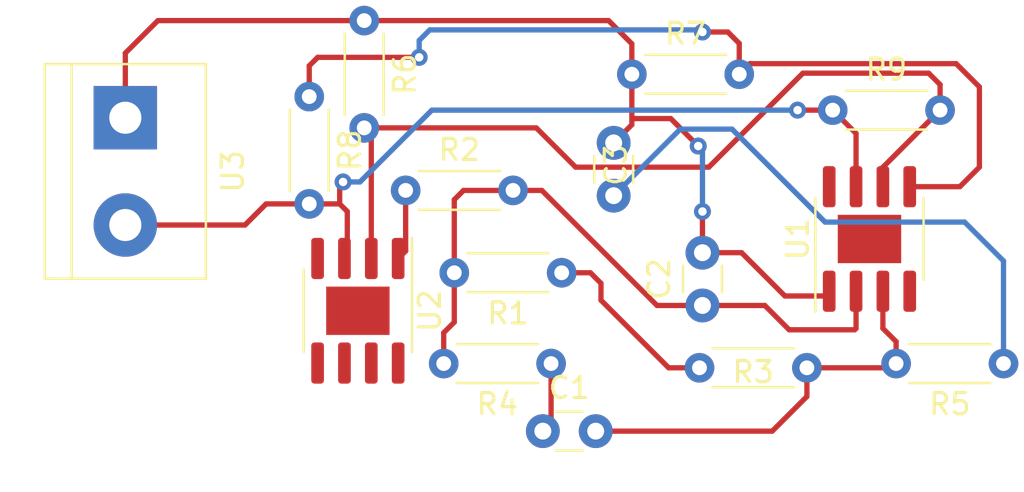
<source format=kicad_pcb>
(kicad_pcb (version 20211014) (generator pcbnew)
  (layers (0 "F.Cu" signal) (31 "B.Cu" signal) (34 "B.Paste" user) (35 "F.Paste" user) (36 "B.SilkS" user "B.Silkscreen") (37 "F.SilkS" user "F.Silkscreen") (38 "B.Mask" user) (39 "F.Mask" user) (44 "Edge.Cuts" user))
  (net 0 "")
  (net 1 "Net-(C1-Pad1)")
  (net 2 "Net-(C1-Pad2)")
  (net 3 "Net-(C2-Pad1)")
  (net 4 "Net-(C2-Pad2)")
  (net 5 "Earth")
  (net 6 "Net-(R1-Pad1)")
  (net 7 "Net-(R2-Pad1)")
  (net 8 "VCC")
  (net 9 "Net-(R7-Pad2)")
  (net 10 "Net-(R8-Pad2)")
  (footprint "Resistor_THT:R_Axial_DIN0204_L3.6mm_D1.6mm_P5.08mm_Horizontal" (layer "F.Cu") (at 148.94 75.3 180)
    (fp_text reference "R5" (at 2.54 -1.92) (layer "F.SilkS"))
    (fp_text value "22k7")
    (fp_line (start 0.62 0.92) (end 4.46 0.92) (layer "F.SilkS") (width 0.12))
    (fp_line (start 0.62 -0.92) (end 4.46 -0.92) (layer "F.SilkS") (width 0.12))
    (pad "1" thru_hole circle (at 0 0 180) (size 1.4 1.4) (drill 0.7) (layers *.Cu *.Mask) (net 5 "Earth"))
    (pad "2" thru_hole oval (at 5.08 0 180) (size 1.4 1.4) (drill 0.7) (layers *.Cu *.Mask) (net 2 "Net-(C1-Pad2)"))
  )
  (footprint "Resistor_THT:R_Axial_DIN0204_L3.6mm_D1.6mm_P5.08mm_Horizontal" (layer "F.Cu") (at 134.56 75.5)
    (fp_text reference "R3" (at 2.54 0.2) (layer "F.SilkS"))
    (fp_text value "22k7")
    (fp_line (start 0.62 -0.92) (end 4.46 -0.92) (layer "F.SilkS") (width 0.12))
    (fp_line (start 0.62 0.92) (end 4.46 0.92) (layer "F.SilkS") (width 0.12))
    (pad "1" thru_hole circle (at 0 0) (size 1.4 1.4) (drill 0.7) (layers *.Cu *.Mask) (net 6 "Net-(R1-Pad1)"))
    (pad "2" thru_hole oval (at 5.08 0) (size 1.4 1.4) (drill 0.7) (layers *.Cu *.Mask) (net 2 "Net-(C1-Pad2)"))
  )
  (footprint "TerminalBlock:TerminalBlock_bornier-2_P5.08mm" (layer "F.Cu") (at 107.4 63.66 -90)
    (fp_text reference "U3" (at 2.54 -5.08 90) (layer "F.SilkS"))
    (fp_text value "Power_in")
    (fp_line (start -2.54 -3.81) (end -2.54 3.81) (layer "F.SilkS") (width 0.12))
    (fp_line (start 7.62 -3.81) (end -2.54 -3.81) (layer "F.SilkS") (width 0.12))
    (fp_line (start 7.62 3.81) (end 7.62 -3.81) (layer "F.SilkS") (width 0.12))
    (fp_line (start 7.62 2.54) (end -2.54 2.54) (layer "F.SilkS") (width 0.12))
    (fp_line (start -2.54 3.81) (end 7.62 3.81) (layer "F.SilkS") (width 0.12))
    (pad "1" thru_hole rect (at 0 0 270) (size 3 3) (drill 1.52) (layers *.Cu *.Mask) (net 4 "Net-(C2-Pad2)"))
    (pad "2" thru_hole circle (at 5.08 0 270) (size 3 3) (drill 1.52) (layers *.Cu *.Mask) (net 10 "Net-(R8-Pad2)"))
  )
  (footprint "Resistor_THT:R_Axial_DIN0204_L3.6mm_D1.6mm_P5.08mm_Horizontal" (layer "F.Cu") (at 116.1 62.66 -90)
    (fp_text reference "R8" (at 2.54 -1.92 90) (layer "F.SilkS"))
    (fp_text value "100k")
    (fp_line (start 0.62 0.92) (end 4.46 0.92) (layer "F.SilkS") (width 0.12))
    (fp_line (start 0.62 -0.92) (end 4.46 -0.92) (layer "F.SilkS") (width 0.12))
    (pad "1" thru_hole circle (at 0 0 270) (size 1.4 1.4) (drill 0.7) (layers *.Cu *.Mask) (net 9 "Net-(R7-Pad2)"))
    (pad "2" thru_hole oval (at 5.08 0 270) (size 1.4 1.4) (drill 0.7) (layers *.Cu *.Mask) (net 10 "Net-(R8-Pad2)"))
  )
  (footprint "Package_SO:SOIC-8-1EP_3.9x4.9mm_P1.27mm_EP2.29x3mm" (layer "F.Cu") (at 142.6 69.4 90)
    (fp_text reference "U1" (at 0 -3.4 90) (layer "F.SilkS"))
    (fp_text value "LM2903")
    (fp_line (start 0 -2.56) (end -3.45 -2.56) (layer "F.SilkS") (width 0.12))
    (fp_line (start 0 2.56) (end -1.95 2.56) (layer "F.SilkS") (width 0.12))
    (fp_line (start 0 -2.56) (end 1.95 -2.56) (layer "F.SilkS") (width 0.12))
    (fp_line (start 0 2.56) (end 1.95 2.56) (layer "F.SilkS") (width 0.12))
    (pad "1" smd roundrect (at -2.475 -1.905 90) (size 1.95 0.6) (layers "F.Cu" "F.Paste" "F.Mask") (net 4 "Net-(C2-Pad2)"))
    (pad "2" smd roundrect (at -2.475 -0.635 90) (size 1.95 0.6) (layers "F.Cu" "F.Paste" "F.Mask") (net 3 "Net-(C2-Pad1)"))
    (pad "3" smd roundrect (at -2.475 0.635 90) (size 1.95 0.6) (layers "F.Cu" "F.Paste" "F.Mask") (net 2 "Net-(C1-Pad2)"))
    (pad "4" smd roundrect (at -2.475 1.905 90) (size 1.95 0.6) (layers "F.Cu" "F.Paste" "F.Mask"))
    (pad "5" smd roundrect (at 2.475 1.905 90) (size 1.95 0.6) (layers "F.Cu" "F.Paste" "F.Mask") (net 9 "Net-(R7-Pad2)"))
    (pad "6" smd roundrect (at 2.475 0.635 90) (size 1.95 0.6) (layers "F.Cu" "F.Paste" "F.Mask") (net 8 "VCC"))
    (pad "7" smd roundrect (at 2.475 -0.635 90) (size 1.95 0.6) (layers "F.Cu" "F.Paste" "F.Mask") (net 10 "Net-(R8-Pad2)"))
    (pad "8" smd roundrect (at 2.475 -1.905 90) (size 1.95 0.6) (layers "F.Cu" "F.Paste" "F.Mask"))
    (pad "9" smd rect (at 0 0 90) (size 2.29 3) (layers "F.Cu" "F.Mask"))
  )
  (footprint "Capacitor_THT:C_Disc_D3.0mm_W1.6mm_P2.50mm" (layer "F.Cu") (at 130.5 64.85 -90)
    (fp_text reference "C3" (at 1.05 -0.1 90) (layer "F.SilkS"))
    (fp_text value "0.1uF")
    (fp_line (start 0.621 0.92) (end 1.879 0.92) (layer "F.SilkS") (width 0.12))
    (fp_line (start 0.621 -0.92) (end 1.879 -0.92) (layer "F.SilkS") (width 0.12))
    (pad "1" thru_hole circle (at 0 0 270) (size 1.6 1.6) (drill 0.8) (layers *.Cu *.Mask) (net 4 "Net-(C2-Pad2)"))
    (pad "2" thru_hole circle (at 2.5 0 270) (size 1.6 1.6) (drill 0.8) (layers *.Cu *.Mask) (net 5 "Earth"))
  )
  (footprint "Resistor_THT:R_Axial_DIN0204_L3.6mm_D1.6mm_P5.08mm_Horizontal" (layer "F.Cu") (at 131.36 61.6)
    (fp_text reference "R7" (at 2.54 -1.92) (layer "F.SilkS"))
    (fp_text value "4k7")
    (fp_line (start 0.62 0.92) (end 4.46 0.92) (layer "F.SilkS") (width 0.12))
    (fp_line (start 0.62 -0.92) (end 4.46 -0.92) (layer "F.SilkS") (width 0.12))
    (pad "1" thru_hole circle (at 0 0) (size 1.4 1.4) (drill 0.7) (layers *.Cu *.Mask) (net 4 "Net-(C2-Pad2)"))
    (pad "2" thru_hole oval (at 5.08 0) (size 1.4 1.4) (drill 0.7) (layers *.Cu *.Mask) (net 9 "Net-(R7-Pad2)"))
  )
  (footprint "Resistor_THT:R_Axial_DIN0204_L3.6mm_D1.6mm_P5.08mm_Horizontal" (layer "F.Cu") (at 140.86 63.3)
    (fp_text reference "R9" (at 2.54 -1.92) (layer "F.SilkS"))
    (fp_text value "2k7")
    (fp_line (start 0.62 0.92) (end 4.46 0.92) (layer "F.SilkS") (width 0.12))
    (fp_line (start 0.62 -0.92) (end 4.46 -0.92) (layer "F.SilkS") (width 0.12))
    (pad "1" thru_hole circle (at 0 0) (size 1.4 1.4) (drill 0.7) (layers *.Cu *.Mask) (net 10 "Net-(R8-Pad2)"))
    (pad "2" thru_hole oval (at 5.08 0) (size 1.4 1.4) (drill 0.7) (layers *.Cu *.Mask) (net 8 "VCC"))
  )
  (footprint "Resistor_THT:R_Axial_DIN0204_L3.6mm_D1.6mm_P5.08mm_Horizontal" (layer "F.Cu") (at 118.7 59.06 -90)
    (fp_text reference "R6" (at 2.54 -1.92 90) (layer "F.SilkS"))
    (fp_text value "2k7")
    (fp_line (start 0.62 0.92) (end 4.46 0.92) (layer "F.SilkS") (width 0.12))
    (fp_line (start 0.62 -0.92) (end 4.46 -0.92) (layer "F.SilkS") (width 0.12))
    (pad "1" thru_hole circle (at 0 0 270) (size 1.4 1.4) (drill 0.7) (layers *.Cu *.Mask) (net 4 "Net-(C2-Pad2)"))
    (pad "2" thru_hole oval (at 5.08 0 270) (size 1.4 1.4) (drill 0.7) (layers *.Cu *.Mask) (net 8 "VCC"))
  )
  (footprint "Package_SO:SOIC-8-1EP_3.9x4.9mm_P1.27mm_EP2.29x3mm" (layer "F.Cu") (at 118.4 72.8 -90)
    (fp_text reference "U2" (at 0 -3.4 90) (layer "F.SilkS"))
    (fp_text value "LM2903")
    (fp_line (start 0 -2.56) (end 1.95 -2.56) (layer "F.SilkS") (width 0.12))
    (fp_line (start 0 2.56) (end 1.95 2.56) (layer "F.SilkS") (width 0.12))
    (fp_line (start 0 -2.56) (end -3.45 -2.56) (layer "F.SilkS") (width 0.12))
    (fp_line (start 0 2.56) (end -1.95 2.56) (layer "F.SilkS") (width 0.12))
    (pad "1" smd roundrect (at -2.475 -1.905 270) (size 1.95 0.6) (layers "F.Cu" "F.Paste" "F.Mask") (net 7 "Net-(R2-Pad1)"))
    (pad "2" smd roundrect (at -2.475 -0.635 270) (size 1.95 0.6) (layers "F.Cu" "F.Paste" "F.Mask") (net 8 "VCC"))
    (pad "3" smd roundrect (at -2.475 0.635 270) (size 1.95 0.6) (layers "F.Cu" "F.Paste" "F.Mask") (net 10 "Net-(R8-Pad2)"))
    (pad "4" smd roundrect (at -2.475 1.905 270) (size 1.95 0.6) (layers "F.Cu" "F.Paste" "F.Mask"))
    (pad "5" smd roundrect (at 2.475 1.905 270) (size 1.95 0.6) (layers "F.Cu" "F.Paste" "F.Mask"))
    (pad "6" smd roundrect (at 2.475 0.635 270) (size 1.95 0.6) (layers "F.Cu" "F.Paste" "F.Mask"))
    (pad "7" smd roundrect (at 2.475 -0.635 270) (size 1.95 0.6) (layers "F.Cu" "F.Paste" "F.Mask"))
    (pad "8" smd roundrect (at 2.475 -1.905 270) (size 1.95 0.6) (layers "F.Cu" "F.Paste" "F.Mask"))
    (pad "9" smd rect (at 0 0 270) (size 2.29 3) (layers "F.Cu" "F.Mask"))
  )
  (footprint "Resistor_THT:R_Axial_DIN0204_L3.6mm_D1.6mm_P5.08mm_Horizontal" (layer "F.Cu") (at 127.54 75.3 180)
    (fp_text reference "R4" (at 2.54 -1.92) (layer "F.SilkS"))
    (fp_text value "10k")
    (fp_line (start 0.62 -0.92) (end 4.46 -0.92) (layer "F.SilkS") (width 0.12))
    (fp_line (start 0.62 0.92) (end 4.46 0.92) (layer "F.SilkS") (width 0.12))
    (pad "1" thru_hole circle (at 0 0 180) (size 1.4 1.4) (drill 0.7) (layers *.Cu *.Mask) (net 1 "Net-(C1-Pad1)"))
    (pad "2" thru_hole oval (at 5.08 0 180) (size 1.4 1.4) (drill 0.7) (layers *.Cu *.Mask) (net 3 "Net-(C2-Pad1)"))
  )
  (footprint "Capacitor_THT:C_Disc_D3.0mm_W1.6mm_P2.50mm" (layer "F.Cu") (at 127.15 78.5)
    (fp_text reference "C1" (at 1.25 -2.05) (layer "F.SilkS"))
    (fp_text value "0.1uF")
    (fp_line (start 0.621 -0.92) (end 1.879 -0.92) (layer "F.SilkS") (width 0.12))
    (fp_line (start 0.621 0.92) (end 1.879 0.92) (layer "F.SilkS") (width 0.12))
    (pad "1" thru_hole circle (at 0 0) (size 1.6 1.6) (drill 0.8) (layers *.Cu *.Mask) (net 1 "Net-(C1-Pad1)"))
    (pad "2" thru_hole circle (at 2.5 0) (size 1.6 1.6) (drill 0.8) (layers *.Cu *.Mask) (net 2 "Net-(C1-Pad2)"))
  )
  (footprint "Resistor_THT:R_Axial_DIN0204_L3.6mm_D1.6mm_P5.08mm_Horizontal" (layer "F.Cu") (at 120.66 67.1)
    (fp_text reference "R2" (at 2.54 -1.92) (layer "F.SilkS"))
    (fp_text value "51k")
    (fp_line (start 0.62 -0.92) (end 4.46 -0.92) (layer "F.SilkS") (width 0.12))
    (fp_line (start 0.62 0.92) (end 4.46 0.92) (layer "F.SilkS") (width 0.12))
    (pad "1" thru_hole circle (at 0 0) (size 1.4 1.4) (drill 0.7) (layers *.Cu *.Mask) (net 7 "Net-(R2-Pad1)"))
    (pad "2" thru_hole oval (at 5.08 0) (size 1.4 1.4) (drill 0.7) (layers *.Cu *.Mask) (net 3 "Net-(C2-Pad1)"))
  )
  (footprint "Resistor_THT:R_Axial_DIN0204_L3.6mm_D1.6mm_P5.08mm_Horizontal" (layer "F.Cu") (at 128.04 71 180)
    (fp_text reference "R1" (at 2.54 -1.92) (layer "F.SilkS"))
    (fp_text value "100k")
    (fp_line (start 0.62 0.92) (end 4.46 0.92) (layer "F.SilkS") (width 0.12))
    (fp_line (start 0.62 -0.92) (end 4.46 -0.92) (layer "F.SilkS") (width 0.12))
    (pad "1" thru_hole circle (at 0 0 180) (size 1.4 1.4) (drill 0.7) (layers *.Cu *.Mask) (net 6 "Net-(R1-Pad1)"))
    (pad "2" thru_hole oval (at 5.08 0 180) (size 1.4 1.4) (drill 0.7) (layers *.Cu *.Mask) (net 3 "Net-(C2-Pad1)"))
  )
  (footprint "Capacitor_THT:C_Disc_D3.0mm_W1.6mm_P2.50mm" (layer "F.Cu") (at 134.7 72.55 90)
    (fp_text reference "C2" (at 1.25 -2.05 90) (layer "F.SilkS"))
    (fp_text value "470pF")
    (fp_line (start 0.621 -0.92) (end 1.879 -0.92) (layer "F.SilkS") (width 0.12))
    (fp_line (start 0.621 0.92) (end 1.879 0.92) (layer "F.SilkS") (width 0.12))
    (pad "1" thru_hole circle (at 0 0 90) (size 1.6 1.6) (drill 0.8) (layers *.Cu *.Mask) (net 3 "Net-(C2-Pad1)"))
    (pad "2" thru_hole circle (at 2.5 0 90) (size 1.6 1.6) (drill 0.8) (layers *.Cu *.Mask) (net 4 "Net-(C2-Pad2)"))
  )
  (segment (start 127.54 78.11) (end 127.15 78.5) (width 0.25) (layer "F.Cu") (net 1))
  (segment (start 127.54 75.3) (end 127.54 78.11) (width 0.25) (layer "F.Cu") (net 1))
  (segment (start 139.64 76.86) (end 139.64 75.5) (width 0.25) (layer "F.Cu") (net 2))
  (segment (start 143.66 75.5) (end 143.86 75.3) (width 0.25) (layer "F.Cu") (net 2))
  (segment (start 139.64 75.5) (end 143.66 75.5) (width 0.25) (layer "F.Cu") (net 2))
  (segment (start 143.235 73.635) (end 143.235 71.875) (width 0.25) (layer "F.Cu") (net 2))
  (segment (start 143.86 74.26) (end 143.235 73.635) (width 0.25) (layer "F.Cu") (net 2))
  (segment (start 143.86 75.3) (end 143.86 74.26) (width 0.25) (layer "F.Cu") (net 2))
  (segment (start 138 78.5) (end 139.64 76.86) (width 0.25) (layer "F.Cu") (net 2))
  (segment (start 129.65 78.5) (end 138 78.5) (width 0.25) (layer "F.Cu") (net 2))
  (segment (start 122.96 73.34) (end 122.46 73.84) (width 0.25) (layer "F.Cu") (net 3))
  (segment (start 122.46 73.84) (end 122.46 75.3) (width 0.25) (layer "F.Cu") (net 3))
  (segment (start 122.96 71) (end 122.96 73.34) (width 0.25) (layer "F.Cu") (net 3))
  (segment (start 132.55 72.55) (end 127.1 67.1) (width 0.25) (layer "F.Cu") (net 3))
  (segment (start 137.65 72.55) (end 138.8 73.7) (width 0.25) (layer "F.Cu") (net 3))
  (segment (start 127.1 67.1) (end 125.74 67.1) (width 0.25) (layer "F.Cu") (net 3))
  (segment (start 141.9 73.7) (end 141.965 73.635) (width 0.25) (layer "F.Cu") (net 3))
  (segment (start 134.7 72.55) (end 132.55 72.55) (width 0.25) (layer "F.Cu") (net 3))
  (segment (start 138.8 73.7) (end 141.9 73.7) (width 0.25) (layer "F.Cu") (net 3))
  (segment (start 134.7 72.55) (end 137.65 72.55) (width 0.25) (layer "F.Cu") (net 3))
  (segment (start 125.74 67.1) (end 123.4 67.1) (width 0.25) (layer "F.Cu") (net 3))
  (segment (start 141.965 73.635) (end 141.965 71.875) (width 0.25) (layer "F.Cu") (net 3))
  (segment (start 123.4 67.1) (end 122.96 67.54) (width 0.25) (layer "F.Cu") (net 3))
  (segment (start 122.96 67.54) (end 122.96 71) (width 0.25) (layer "F.Cu") (net 3))
  (segment (start 140.47 72.1) (end 140.695 71.875) (width 0.25) (layer "F.Cu") (net 4))
  (segment (start 108.94 59.06) (end 118.7 59.06) (width 0.25) (layer "F.Cu") (net 4))
  (segment (start 136.55 70.05) (end 138.6 72.1) (width 0.25) (layer "F.Cu") (net 4))
  (segment (start 134.7 70.05) (end 134.7 68.3) (width 0.25) (layer "F.Cu") (net 4))
  (segment (start 107.4 63.66) (end 107.4 60.6) (width 0.25) (layer "F.Cu") (net 4))
  (segment (start 134.7 70.05) (end 136.55 70.05) (width 0.25) (layer "F.Cu") (net 4))
  (segment (start 134.7 68.3) (end 134.7 68.1) (width 0.25) (layer "F.Cu") (net 4))
  (segment (start 138.6 72.1) (end 140.47 72.1) (width 0.25) (layer "F.Cu") (net 4))
  (segment (start 130.26 59.06) (end 131.36 60.16) (width 0.25) (layer "F.Cu") (net 4))
  (segment (start 131.36 61.6) (end 131.36 63.99) (width 0.25) (layer "F.Cu") (net 4))
  (segment (start 131.36 60.16) (end 131.36 61.6) (width 0.25) (layer "F.Cu") (net 4))
  (segment (start 133.2 63.7) (end 131.5 63.7) (width 0.25) (layer "F.Cu") (net 4))
  (segment (start 131.36 63.99) (end 130.5 64.85) (width 0.25) (layer "F.Cu") (net 4))
  (segment (start 134.5 65) (end 133.2 63.7) (width 0.25) (layer "F.Cu") (net 4))
  (segment (start 118.7 59.06) (end 130.26 59.06) (width 0.25) (layer "F.Cu") (net 4))
  (segment (start 107.4 60.6) (end 108.94 59.06) (width 0.25) (layer "F.Cu") (net 4))
  (via (at 134.7 68.1) (size 0.8) (drill 0.4) (layers "F.Cu" "B.Cu") (net 4))
  (via (at 134.5 65) (size 0.8) (drill 0.4) (layers "F.Cu" "B.Cu") (net 4))
  (segment (start 134.5 65) (end 134.7 65.2) (width 0.25) (layer "B.Cu") (net 4))
  (segment (start 134.7 65.2) (end 134.7 68.1) (width 0.25) (layer "B.Cu") (net 4))
  (segment (start 147.1 68.6) (end 140.5 68.6) (width 0.25) (layer "B.Cu") (net 5))
  (segment (start 136.1 64.2) (end 133.65 64.2) (width 0.25) (layer "B.Cu") (net 5))
  (segment (start 148.94 75.3) (end 148.94 70.44) (width 0.25) (layer "B.Cu") (net 5))
  (segment (start 133.65 64.2) (end 130.5 67.35) (width 0.25) (layer "B.Cu") (net 5))
  (segment (start 140.5 68.6) (end 136.1 64.2) (width 0.25) (layer "B.Cu") (net 5))
  (segment (start 148.94 70.44) (end 147.1 68.6) (width 0.25) (layer "B.Cu") (net 5))
  (segment (start 129.9 72.3) (end 133.1 75.5) (width 0.25) (layer "F.Cu") (net 6))
  (segment (start 129.9 71.5) (end 129.9 72.3) (width 0.25) (layer "F.Cu") (net 6))
  (segment (start 128.04 71) (end 129.4 71) (width 0.25) (layer "F.Cu") (net 6))
  (segment (start 129.4 71) (end 129.9 71.5) (width 0.25) (layer "F.Cu") (net 6))
  (segment (start 133.1 75.5) (end 134.56 75.5) (width 0.25) (layer "F.Cu") (net 6))
  (segment (start 120.66 67.1) (end 120.66 69.97) (width 0.25) (layer "F.Cu") (net 7))
  (segment (start 120.66 69.97) (end 120.305 70.325) (width 0.25) (layer "F.Cu") (net 7))
  (segment (start 145.94 62.08952) (end 145.94 63.3) (width 0.25) (layer "F.Cu") (net 8))
  (segment (start 145.94 63.3) (end 143.235 66.005) (width 0.25) (layer "F.Cu") (net 8))
  (segment (start 135 66) (end 139.45048 61.54952) (width 0.25) (layer "F.Cu") (net 8))
  (segment (start 139.45048 61.54952) (end 145.4 61.54952) (width 0.25) (layer "F.Cu") (net 8))
  (segment (start 119.035 64.475) (end 119.035 70.325) (width 0.25) (layer "F.Cu") (net 8))
  (segment (start 145.4 61.54952) (end 145.94 62.08952) (width 0.25) (layer "F.Cu") (net 8))
  (segment (start 143.235 66.005) (end 143.235 66.925) (width 0.25) (layer "F.Cu") (net 8))
  (segment (start 128.7 66) (end 135 66) (width 0.25) (layer "F.Cu") (net 8))
  (segment (start 126.84 64.14) (end 128.7 66) (width 0.25) (layer "F.Cu") (net 8))
  (segment (start 118.7 64.14) (end 119.035 64.475) (width 0.25) (layer "F.Cu") (net 8))
  (segment (start 118.7 64.14) (end 126.84 64.14) (width 0.25) (layer "F.Cu") (net 8))
  (segment (start 136.94 61.1) (end 146.7 61.1) (width 0.25) (layer "F.Cu") (net 9))
  (segment (start 147.8 66) (end 146.875 66.925) (width 0.25) (layer "F.Cu") (net 9))
  (segment (start 135.9 59.6) (end 136.44 60.14) (width 0.25) (layer "F.Cu") (net 9))
  (segment (start 134.7 59.6) (end 135.9 59.6) (width 0.25) (layer "F.Cu") (net 9))
  (segment (start 136.44 60.14) (end 136.44 61.6) (width 0.25) (layer "F.Cu") (net 9))
  (segment (start 147.8 62.2) (end 147.8 66) (width 0.25) (layer "F.Cu") (net 9))
  (segment (start 146.7 61.1) (end 147.8 62.2) (width 0.25) (layer "F.Cu") (net 9))
  (segment (start 146.875 66.925) (end 144.505 66.925) (width 0.25) (layer "F.Cu") (net 9))
  (segment (start 116.1 61.2) (end 116.5 60.8) (width 0.25) (layer "F.Cu") (net 9))
  (segment (start 116.5 60.8) (end 121.3 60.8) (width 0.25) (layer "F.Cu") (net 9))
  (segment (start 136.44 61.6) (end 136.94 61.1) (width 0.25) (layer "F.Cu") (net 9))
  (segment (start 116.1 62.66) (end 116.1 61.2) (width 0.25) (layer "F.Cu") (net 9))
  (via (at 121.3 60.8) (size 0.8) (drill 0.4) (layers "F.Cu" "B.Cu") (net 9))
  (via (at 134.7 59.6) (size 0.8) (drill 0.4) (layers "F.Cu" "B.Cu") (net 9))
  (segment (start 121.8 59.5) (end 134.6 59.5) (width 0.25) (layer "B.Cu") (net 9))
  (segment (start 121.3 60) (end 121.8 59.5) (width 0.25) (layer "B.Cu") (net 9))
  (segment (start 134.6 59.5) (end 134.7 59.6) (width 0.25) (layer "B.Cu") (net 9))
  (segment (start 121.3 60.8) (end 121.3 60) (width 0.25) (layer "B.Cu") (net 9))
  (segment (start 117.54 66.86) (end 117.54 67.74) (width 0.25) (layer "F.Cu") (net 10))
  (segment (start 117.9 68.1) (end 117.9 70.19) (width 0.25) (layer "F.Cu") (net 10))
  (segment (start 141.965 64.405) (end 140.86 63.3) (width 0.25) (layer "F.Cu") (net 10))
  (segment (start 141.965 66.925) (end 141.965 64.405) (width 0.25) (layer "F.Cu") (net 10))
  (segment (start 140.86 63.3) (end 139.4 63.3) (width 0.25) (layer "F.Cu") (net 10))
  (segment (start 117.54 67.74) (end 117.9 68.1) (width 0.25) (layer "F.Cu") (net 10))
  (segment (start 114.06 67.74) (end 116.1 67.74) (width 0.25) (layer "F.Cu") (net 10))
  (segment (start 107.4 68.74) (end 113.06 68.74) (width 0.25) (layer "F.Cu") (net 10))
  (segment (start 139.4 63.3) (end 139.2 63.3) (width 0.25) (layer "F.Cu") (net 10))
  (segment (start 117.7 66.7) (end 117.54 66.86) (width 0.25) (layer "F.Cu") (net 10))
  (segment (start 113.06 68.74) (end 114.06 67.74) (width 0.25) (layer "F.Cu") (net 10))
  (segment (start 116.1 67.74) (end 117.54 67.74) (width 0.25) (layer "F.Cu") (net 10))
  (segment (start 117.9 70.19) (end 117.765 70.325) (width 0.25) (layer "F.Cu") (net 10))
  (via (at 117.7 66.7) (size 0.8) (drill 0.4) (layers "F.Cu" "B.Cu") (net 10))
  (via (at 139.2 63.3) (size 0.8) (drill 0.4) (layers "F.Cu" "B.Cu") (net 10))
  (segment (start 121.9 63.3) (end 139.2 63.3) (width 0.25) (layer "B.Cu") (net 10))
  (segment (start 117.7 66.7) (end 118.5 66.7) (width 0.25) (layer "B.Cu") (net 10))
  (segment (start 118.5 66.7) (end 121.9 63.3) (width 0.25) (layer "B.Cu") (net 10))
)
</source>
